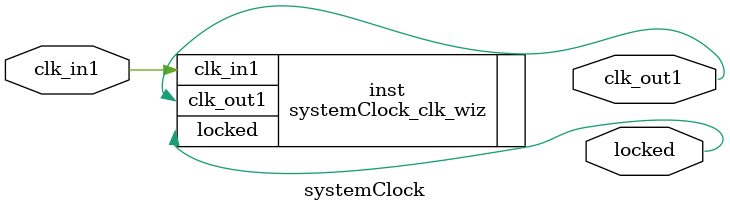
<source format=v>


`timescale 1ps/1ps

(* CORE_GENERATION_INFO = "systemClock,clk_wiz_v5_3_3_0,{component_name=systemClock,use_phase_alignment=true,use_min_o_jitter=false,use_max_i_jitter=false,use_dyn_phase_shift=false,use_inclk_switchover=false,use_dyn_reconfig=false,enable_axi=0,feedback_source=FDBK_AUTO,PRIMITIVE=MMCM,num_out_clk=1,clkin1_period=10.714,clkin2_period=10.0,use_power_down=false,use_reset=false,use_locked=true,use_inclk_stopped=false,feedback_type=SINGLE,CLOCK_MGR_TYPE=NA,manual_override=false}" *)

module systemClock 
 (
  // Clock out ports
  output        clk_out1,
  // Status and control signals
  output        locked,
 // Clock in ports
  input         clk_in1
 );

  systemClock_clk_wiz inst
  (
  // Clock out ports  
  .clk_out1(clk_out1),
  // Status and control signals               
  .locked(locked),
 // Clock in ports
  .clk_in1(clk_in1)
  );

endmodule

</source>
